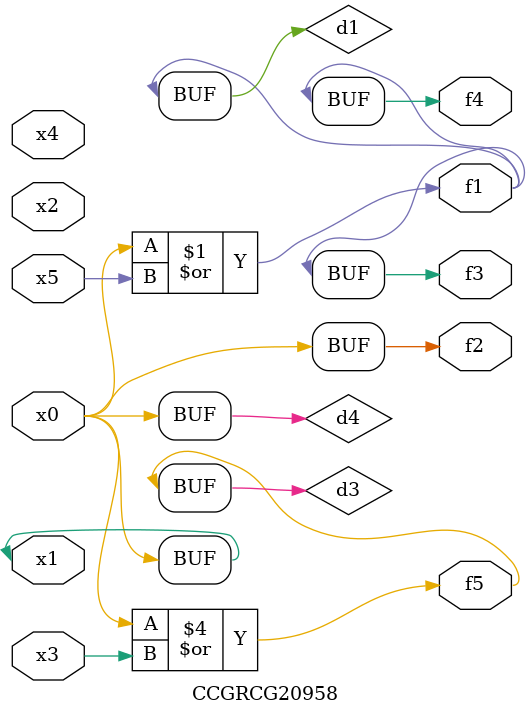
<source format=v>
module CCGRCG20958(
	input x0, x1, x2, x3, x4, x5,
	output f1, f2, f3, f4, f5
);

	wire d1, d2, d3, d4;

	or (d1, x0, x5);
	xnor (d2, x1, x4);
	or (d3, x0, x3);
	buf (d4, x0, x1);
	assign f1 = d1;
	assign f2 = d4;
	assign f3 = d1;
	assign f4 = d1;
	assign f5 = d3;
endmodule

</source>
